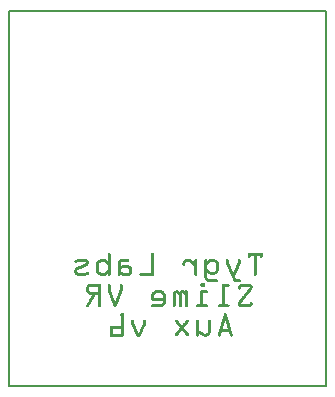
<source format=gbo>
G04 MADE WITH FRITZING*
G04 WWW.FRITZING.ORG*
G04 DOUBLE SIDED*
G04 HOLES PLATED*
G04 CONTOUR ON CENTER OF CONTOUR VECTOR*
%ASAXBY*%
%FSLAX23Y23*%
%MOIN*%
%OFA0B0*%
%SFA1.0B1.0*%
%ADD10R,1.062990X1.259840X1.046990X1.243840*%
%ADD11C,0.008000*%
%ADD12R,0.001000X0.001000*%
%LNSILK0*%
G90*
G70*
G54D11*
X4Y1256D02*
X1059Y1256D01*
X1059Y4D01*
X4Y4D01*
X4Y1256D01*
D02*
G54D12*
X336Y449D02*
X339Y449D01*
X480Y449D02*
X484Y449D01*
X799Y449D02*
X848Y449D01*
X334Y448D02*
X341Y448D01*
X479Y448D02*
X485Y448D01*
X799Y448D02*
X848Y448D01*
X334Y447D02*
X341Y447D01*
X478Y447D02*
X486Y447D01*
X799Y447D02*
X848Y447D01*
X333Y446D02*
X342Y446D01*
X478Y446D02*
X486Y446D01*
X799Y446D02*
X848Y446D01*
X333Y445D02*
X342Y445D01*
X478Y445D02*
X486Y445D01*
X799Y445D02*
X848Y445D01*
X333Y444D02*
X342Y444D01*
X477Y444D02*
X487Y444D01*
X799Y444D02*
X848Y444D01*
X333Y443D02*
X342Y443D01*
X477Y443D02*
X487Y443D01*
X799Y443D02*
X848Y443D01*
X333Y442D02*
X342Y442D01*
X477Y442D02*
X487Y442D01*
X799Y442D02*
X848Y442D01*
X333Y441D02*
X342Y441D01*
X477Y441D02*
X487Y441D01*
X799Y441D02*
X848Y441D01*
X333Y440D02*
X342Y440D01*
X477Y440D02*
X487Y440D01*
X799Y440D02*
X848Y440D01*
X333Y439D02*
X342Y439D01*
X477Y439D02*
X487Y439D01*
X799Y439D02*
X808Y439D01*
X819Y439D02*
X828Y439D01*
X839Y439D02*
X848Y439D01*
X333Y438D02*
X342Y438D01*
X477Y438D02*
X487Y438D01*
X799Y438D02*
X808Y438D01*
X819Y438D02*
X828Y438D01*
X839Y438D02*
X848Y438D01*
X333Y437D02*
X342Y437D01*
X477Y437D02*
X487Y437D01*
X799Y437D02*
X808Y437D01*
X819Y437D02*
X828Y437D01*
X839Y437D02*
X848Y437D01*
X333Y436D02*
X342Y436D01*
X477Y436D02*
X487Y436D01*
X799Y436D02*
X808Y436D01*
X819Y436D02*
X828Y436D01*
X839Y436D02*
X848Y436D01*
X333Y435D02*
X342Y435D01*
X477Y435D02*
X487Y435D01*
X799Y435D02*
X808Y435D01*
X819Y435D02*
X828Y435D01*
X839Y435D02*
X847Y435D01*
X333Y434D02*
X342Y434D01*
X477Y434D02*
X487Y434D01*
X799Y434D02*
X808Y434D01*
X819Y434D02*
X828Y434D01*
X839Y434D02*
X847Y434D01*
X333Y433D02*
X342Y433D01*
X477Y433D02*
X487Y433D01*
X800Y433D02*
X807Y433D01*
X819Y433D02*
X828Y433D01*
X840Y433D02*
X847Y433D01*
X333Y432D02*
X342Y432D01*
X477Y432D02*
X487Y432D01*
X801Y432D02*
X806Y432D01*
X819Y432D02*
X828Y432D01*
X841Y432D02*
X845Y432D01*
X333Y431D02*
X342Y431D01*
X477Y431D02*
X487Y431D01*
X819Y431D02*
X828Y431D01*
X333Y430D02*
X342Y430D01*
X477Y430D02*
X487Y430D01*
X819Y430D02*
X828Y430D01*
X333Y429D02*
X342Y429D01*
X477Y429D02*
X487Y429D01*
X819Y429D02*
X828Y429D01*
X232Y428D02*
X259Y428D01*
X309Y428D02*
X322Y428D01*
X333Y428D02*
X342Y428D01*
X378Y428D02*
X401Y428D01*
X477Y428D02*
X487Y428D01*
X594Y428D02*
X608Y428D01*
X625Y428D02*
X628Y428D01*
X658Y428D02*
X660Y428D01*
X675Y428D02*
X688Y428D01*
X730Y428D02*
X733Y428D01*
X770Y428D02*
X772Y428D01*
X819Y428D02*
X828Y428D01*
X229Y427D02*
X262Y427D01*
X306Y427D02*
X325Y427D01*
X333Y427D02*
X342Y427D01*
X375Y427D02*
X403Y427D01*
X477Y427D02*
X487Y427D01*
X591Y427D02*
X610Y427D01*
X624Y427D02*
X629Y427D01*
X656Y427D02*
X662Y427D01*
X672Y427D02*
X691Y427D01*
X728Y427D02*
X734Y427D01*
X768Y427D02*
X774Y427D01*
X819Y427D02*
X828Y427D01*
X227Y426D02*
X263Y426D01*
X304Y426D02*
X327Y426D01*
X333Y426D02*
X342Y426D01*
X374Y426D02*
X404Y426D01*
X477Y426D02*
X487Y426D01*
X589Y426D02*
X611Y426D01*
X623Y426D02*
X630Y426D01*
X655Y426D02*
X663Y426D01*
X670Y426D02*
X693Y426D01*
X728Y426D02*
X735Y426D01*
X767Y426D02*
X775Y426D01*
X819Y426D02*
X828Y426D01*
X226Y425D02*
X264Y425D01*
X303Y425D02*
X328Y425D01*
X333Y425D02*
X342Y425D01*
X372Y425D02*
X404Y425D01*
X477Y425D02*
X487Y425D01*
X588Y425D02*
X612Y425D01*
X622Y425D02*
X631Y425D01*
X655Y425D02*
X663Y425D01*
X669Y425D02*
X694Y425D01*
X727Y425D02*
X736Y425D01*
X767Y425D02*
X775Y425D01*
X819Y425D02*
X828Y425D01*
X225Y424D02*
X265Y424D01*
X301Y424D02*
X330Y424D01*
X333Y424D02*
X342Y424D01*
X371Y424D02*
X404Y424D01*
X477Y424D02*
X487Y424D01*
X587Y424D02*
X613Y424D01*
X622Y424D02*
X631Y424D01*
X655Y424D02*
X663Y424D01*
X667Y424D02*
X695Y424D01*
X727Y424D02*
X736Y424D01*
X766Y424D02*
X775Y424D01*
X819Y424D02*
X828Y424D01*
X224Y423D02*
X266Y423D01*
X300Y423D02*
X331Y423D01*
X333Y423D02*
X342Y423D01*
X370Y423D02*
X404Y423D01*
X477Y423D02*
X487Y423D01*
X586Y423D02*
X614Y423D01*
X622Y423D02*
X631Y423D01*
X654Y423D02*
X664Y423D01*
X666Y423D02*
X697Y423D01*
X727Y423D02*
X736Y423D01*
X766Y423D02*
X775Y423D01*
X819Y423D02*
X828Y423D01*
X223Y422D02*
X267Y422D01*
X299Y422D02*
X342Y422D01*
X370Y422D02*
X404Y422D01*
X477Y422D02*
X487Y422D01*
X585Y422D02*
X616Y422D01*
X622Y422D02*
X631Y422D01*
X654Y422D02*
X698Y422D01*
X727Y422D02*
X736Y422D01*
X766Y422D02*
X775Y422D01*
X819Y422D02*
X828Y422D01*
X223Y421D02*
X268Y421D01*
X298Y421D02*
X342Y421D01*
X369Y421D02*
X404Y421D01*
X477Y421D02*
X487Y421D01*
X584Y421D02*
X617Y421D01*
X622Y421D02*
X631Y421D01*
X654Y421D02*
X699Y421D01*
X727Y421D02*
X736Y421D01*
X766Y421D02*
X775Y421D01*
X819Y421D02*
X828Y421D01*
X222Y420D02*
X268Y420D01*
X297Y420D02*
X342Y420D01*
X368Y420D02*
X403Y420D01*
X477Y420D02*
X487Y420D01*
X584Y420D02*
X618Y420D01*
X622Y420D02*
X631Y420D01*
X654Y420D02*
X700Y420D01*
X727Y420D02*
X736Y420D01*
X766Y420D02*
X775Y420D01*
X819Y420D02*
X828Y420D01*
X222Y419D02*
X268Y419D01*
X296Y419D02*
X342Y419D01*
X368Y419D02*
X402Y419D01*
X477Y419D02*
X487Y419D01*
X583Y419D02*
X619Y419D01*
X622Y419D02*
X631Y419D01*
X654Y419D02*
X700Y419D01*
X727Y419D02*
X736Y419D01*
X766Y419D02*
X775Y419D01*
X819Y419D02*
X828Y419D01*
X222Y418D02*
X233Y418D01*
X258Y418D02*
X268Y418D01*
X295Y418D02*
X309Y418D01*
X321Y418D02*
X342Y418D01*
X368Y418D02*
X379Y418D01*
X477Y418D02*
X487Y418D01*
X583Y418D02*
X595Y418D01*
X606Y418D02*
X620Y418D01*
X622Y418D02*
X631Y418D01*
X654Y418D02*
X675Y418D01*
X687Y418D02*
X701Y418D01*
X727Y418D02*
X736Y418D01*
X766Y418D02*
X775Y418D01*
X819Y418D02*
X828Y418D01*
X223Y417D02*
X231Y417D01*
X259Y417D02*
X269Y417D01*
X295Y417D02*
X308Y417D01*
X323Y417D02*
X342Y417D01*
X367Y417D02*
X377Y417D01*
X477Y417D02*
X487Y417D01*
X583Y417D02*
X593Y417D01*
X607Y417D02*
X631Y417D01*
X654Y417D02*
X674Y417D01*
X689Y417D02*
X702Y417D01*
X727Y417D02*
X736Y417D01*
X766Y417D02*
X775Y417D01*
X819Y417D02*
X828Y417D01*
X223Y416D02*
X230Y416D01*
X260Y416D02*
X269Y416D01*
X294Y416D02*
X306Y416D01*
X324Y416D02*
X342Y416D01*
X367Y416D02*
X377Y416D01*
X477Y416D02*
X487Y416D01*
X582Y416D02*
X592Y416D01*
X608Y416D02*
X631Y416D01*
X654Y416D02*
X673Y416D01*
X690Y416D02*
X702Y416D01*
X727Y416D02*
X736Y416D01*
X766Y416D02*
X775Y416D01*
X819Y416D02*
X828Y416D01*
X224Y415D02*
X229Y415D01*
X260Y415D02*
X269Y415D01*
X294Y415D02*
X305Y415D01*
X325Y415D02*
X342Y415D01*
X367Y415D02*
X376Y415D01*
X477Y415D02*
X487Y415D01*
X582Y415D02*
X592Y415D01*
X609Y415D02*
X631Y415D01*
X654Y415D02*
X671Y415D01*
X691Y415D02*
X703Y415D01*
X727Y415D02*
X736Y415D01*
X766Y415D02*
X775Y415D01*
X819Y415D02*
X828Y415D01*
X259Y414D02*
X268Y414D01*
X294Y414D02*
X304Y414D01*
X326Y414D02*
X342Y414D01*
X367Y414D02*
X376Y414D01*
X477Y414D02*
X487Y414D01*
X582Y414D02*
X591Y414D01*
X610Y414D02*
X631Y414D01*
X654Y414D02*
X670Y414D01*
X692Y414D02*
X703Y414D01*
X727Y414D02*
X737Y414D01*
X765Y414D02*
X775Y414D01*
X819Y414D02*
X828Y414D01*
X258Y413D02*
X268Y413D01*
X294Y413D02*
X303Y413D01*
X328Y413D02*
X342Y413D01*
X367Y413D02*
X376Y413D01*
X477Y413D02*
X487Y413D01*
X582Y413D02*
X591Y413D01*
X612Y413D02*
X631Y413D01*
X654Y413D02*
X669Y413D01*
X693Y413D02*
X703Y413D01*
X727Y413D02*
X737Y413D01*
X765Y413D02*
X775Y413D01*
X819Y413D02*
X828Y413D01*
X256Y412D02*
X268Y412D01*
X293Y412D02*
X303Y412D01*
X329Y412D02*
X342Y412D01*
X367Y412D02*
X376Y412D01*
X477Y412D02*
X487Y412D01*
X582Y412D02*
X591Y412D01*
X613Y412D02*
X631Y412D01*
X654Y412D02*
X668Y412D01*
X694Y412D02*
X703Y412D01*
X728Y412D02*
X738Y412D01*
X765Y412D02*
X775Y412D01*
X819Y412D02*
X828Y412D01*
X253Y411D02*
X268Y411D01*
X293Y411D02*
X302Y411D01*
X330Y411D02*
X342Y411D01*
X367Y411D02*
X376Y411D01*
X477Y411D02*
X487Y411D01*
X582Y411D02*
X591Y411D01*
X614Y411D02*
X631Y411D01*
X654Y411D02*
X667Y411D01*
X694Y411D02*
X703Y411D01*
X728Y411D02*
X738Y411D01*
X764Y411D02*
X774Y411D01*
X819Y411D02*
X828Y411D01*
X251Y410D02*
X267Y410D01*
X293Y410D02*
X302Y410D01*
X331Y410D02*
X342Y410D01*
X367Y410D02*
X376Y410D01*
X477Y410D02*
X487Y410D01*
X582Y410D02*
X591Y410D01*
X615Y410D02*
X631Y410D01*
X654Y410D02*
X666Y410D01*
X694Y410D02*
X703Y410D01*
X728Y410D02*
X738Y410D01*
X764Y410D02*
X774Y410D01*
X819Y410D02*
X828Y410D01*
X249Y409D02*
X267Y409D01*
X293Y409D02*
X302Y409D01*
X332Y409D02*
X342Y409D01*
X367Y409D02*
X376Y409D01*
X477Y409D02*
X487Y409D01*
X583Y409D02*
X591Y409D01*
X616Y409D02*
X631Y409D01*
X654Y409D02*
X665Y409D01*
X694Y409D02*
X703Y409D01*
X729Y409D02*
X739Y409D01*
X763Y409D02*
X773Y409D01*
X819Y409D02*
X828Y409D01*
X246Y408D02*
X266Y408D01*
X293Y408D02*
X302Y408D01*
X333Y408D02*
X342Y408D01*
X367Y408D02*
X376Y408D01*
X477Y408D02*
X487Y408D01*
X583Y408D02*
X590Y408D01*
X617Y408D02*
X631Y408D01*
X654Y408D02*
X664Y408D01*
X694Y408D02*
X703Y408D01*
X729Y408D02*
X739Y408D01*
X763Y408D02*
X773Y408D01*
X819Y408D02*
X828Y408D01*
X244Y407D02*
X265Y407D01*
X293Y407D02*
X302Y407D01*
X333Y407D02*
X342Y407D01*
X367Y407D02*
X376Y407D01*
X379Y407D02*
X402Y407D01*
X477Y407D02*
X487Y407D01*
X584Y407D02*
X590Y407D01*
X618Y407D02*
X631Y407D01*
X654Y407D02*
X664Y407D01*
X694Y407D02*
X703Y407D01*
X730Y407D02*
X740Y407D01*
X762Y407D02*
X772Y407D01*
X819Y407D02*
X828Y407D01*
X242Y406D02*
X264Y406D01*
X293Y406D02*
X302Y406D01*
X333Y406D02*
X342Y406D01*
X367Y406D02*
X405Y406D01*
X477Y406D02*
X487Y406D01*
X586Y406D02*
X588Y406D01*
X620Y406D02*
X631Y406D01*
X654Y406D02*
X664Y406D01*
X694Y406D02*
X703Y406D01*
X730Y406D02*
X740Y406D01*
X762Y406D02*
X772Y406D01*
X819Y406D02*
X828Y406D01*
X239Y405D02*
X263Y405D01*
X293Y405D02*
X302Y405D01*
X333Y405D02*
X342Y405D01*
X367Y405D02*
X407Y405D01*
X477Y405D02*
X487Y405D01*
X621Y405D02*
X631Y405D01*
X654Y405D02*
X664Y405D01*
X694Y405D02*
X703Y405D01*
X731Y405D02*
X741Y405D01*
X762Y405D02*
X772Y405D01*
X819Y405D02*
X828Y405D01*
X237Y404D02*
X261Y404D01*
X293Y404D02*
X302Y404D01*
X333Y404D02*
X342Y404D01*
X366Y404D02*
X409Y404D01*
X477Y404D02*
X487Y404D01*
X622Y404D02*
X631Y404D01*
X654Y404D02*
X664Y404D01*
X694Y404D02*
X703Y404D01*
X731Y404D02*
X741Y404D01*
X761Y404D02*
X771Y404D01*
X819Y404D02*
X828Y404D01*
X235Y403D02*
X259Y403D01*
X293Y403D02*
X302Y403D01*
X333Y403D02*
X342Y403D01*
X366Y403D02*
X410Y403D01*
X477Y403D02*
X487Y403D01*
X622Y403D02*
X631Y403D01*
X654Y403D02*
X664Y403D01*
X694Y403D02*
X703Y403D01*
X731Y403D02*
X742Y403D01*
X761Y403D02*
X771Y403D01*
X819Y403D02*
X828Y403D01*
X233Y402D02*
X257Y402D01*
X293Y402D02*
X302Y402D01*
X333Y402D02*
X342Y402D01*
X366Y402D02*
X411Y402D01*
X477Y402D02*
X487Y402D01*
X622Y402D02*
X631Y402D01*
X654Y402D02*
X664Y402D01*
X694Y402D02*
X703Y402D01*
X732Y402D02*
X742Y402D01*
X760Y402D02*
X770Y402D01*
X819Y402D02*
X828Y402D01*
X230Y401D02*
X254Y401D01*
X293Y401D02*
X302Y401D01*
X333Y401D02*
X342Y401D01*
X366Y401D02*
X411Y401D01*
X477Y401D02*
X487Y401D01*
X622Y401D02*
X631Y401D01*
X654Y401D02*
X664Y401D01*
X694Y401D02*
X703Y401D01*
X732Y401D02*
X742Y401D01*
X760Y401D02*
X770Y401D01*
X819Y401D02*
X828Y401D01*
X228Y400D02*
X252Y400D01*
X293Y400D02*
X302Y400D01*
X333Y400D02*
X342Y400D01*
X366Y400D02*
X412Y400D01*
X477Y400D02*
X487Y400D01*
X622Y400D02*
X631Y400D01*
X654Y400D02*
X664Y400D01*
X694Y400D02*
X703Y400D01*
X733Y400D02*
X743Y400D01*
X759Y400D02*
X769Y400D01*
X819Y400D02*
X828Y400D01*
X227Y399D02*
X250Y399D01*
X293Y399D02*
X302Y399D01*
X333Y399D02*
X342Y399D01*
X366Y399D02*
X413Y399D01*
X477Y399D02*
X487Y399D01*
X622Y399D02*
X631Y399D01*
X654Y399D02*
X664Y399D01*
X694Y399D02*
X703Y399D01*
X733Y399D02*
X743Y399D01*
X759Y399D02*
X769Y399D01*
X819Y399D02*
X828Y399D01*
X226Y398D02*
X248Y398D01*
X293Y398D02*
X302Y398D01*
X333Y398D02*
X342Y398D01*
X366Y398D02*
X413Y398D01*
X477Y398D02*
X487Y398D01*
X622Y398D02*
X631Y398D01*
X654Y398D02*
X664Y398D01*
X694Y398D02*
X703Y398D01*
X734Y398D02*
X744Y398D01*
X759Y398D02*
X769Y398D01*
X819Y398D02*
X828Y398D01*
X225Y397D02*
X245Y397D01*
X293Y397D02*
X302Y397D01*
X333Y397D02*
X342Y397D01*
X366Y397D02*
X379Y397D01*
X401Y397D02*
X413Y397D01*
X477Y397D02*
X487Y397D01*
X622Y397D02*
X631Y397D01*
X654Y397D02*
X664Y397D01*
X694Y397D02*
X703Y397D01*
X734Y397D02*
X744Y397D01*
X758Y397D02*
X768Y397D01*
X819Y397D02*
X828Y397D01*
X224Y396D02*
X243Y396D01*
X293Y396D02*
X302Y396D01*
X333Y396D02*
X342Y396D01*
X366Y396D02*
X377Y396D01*
X403Y396D02*
X414Y396D01*
X477Y396D02*
X487Y396D01*
X622Y396D02*
X631Y396D01*
X654Y396D02*
X664Y396D01*
X694Y396D02*
X703Y396D01*
X735Y396D02*
X745Y396D01*
X758Y396D02*
X768Y396D01*
X819Y396D02*
X828Y396D01*
X224Y395D02*
X241Y395D01*
X293Y395D02*
X302Y395D01*
X333Y395D02*
X342Y395D01*
X366Y395D02*
X376Y395D01*
X404Y395D02*
X414Y395D01*
X477Y395D02*
X487Y395D01*
X622Y395D02*
X631Y395D01*
X654Y395D02*
X665Y395D01*
X694Y395D02*
X703Y395D01*
X735Y395D02*
X745Y395D01*
X757Y395D02*
X767Y395D01*
X819Y395D02*
X828Y395D01*
X223Y394D02*
X238Y394D01*
X293Y394D02*
X302Y394D01*
X333Y394D02*
X342Y394D01*
X366Y394D02*
X376Y394D01*
X405Y394D02*
X414Y394D01*
X477Y394D02*
X487Y394D01*
X622Y394D02*
X631Y394D01*
X654Y394D02*
X666Y394D01*
X694Y394D02*
X703Y394D01*
X735Y394D02*
X746Y394D01*
X757Y394D02*
X767Y394D01*
X819Y394D02*
X828Y394D01*
X223Y393D02*
X236Y393D01*
X293Y393D02*
X302Y393D01*
X333Y393D02*
X342Y393D01*
X366Y393D02*
X375Y393D01*
X405Y393D02*
X414Y393D01*
X477Y393D02*
X487Y393D01*
X622Y393D02*
X631Y393D01*
X654Y393D02*
X667Y393D01*
X694Y393D02*
X703Y393D01*
X736Y393D02*
X746Y393D01*
X756Y393D02*
X766Y393D01*
X819Y393D02*
X828Y393D01*
X222Y392D02*
X234Y392D01*
X293Y392D02*
X302Y392D01*
X333Y392D02*
X342Y392D01*
X366Y392D02*
X375Y392D01*
X405Y392D02*
X414Y392D01*
X477Y392D02*
X487Y392D01*
X622Y392D02*
X631Y392D01*
X654Y392D02*
X668Y392D01*
X694Y392D02*
X703Y392D01*
X736Y392D02*
X746Y392D01*
X756Y392D02*
X766Y392D01*
X819Y392D02*
X828Y392D01*
X222Y391D02*
X232Y391D01*
X293Y391D02*
X302Y391D01*
X332Y391D02*
X342Y391D01*
X366Y391D02*
X375Y391D01*
X405Y391D02*
X414Y391D01*
X477Y391D02*
X487Y391D01*
X622Y391D02*
X631Y391D01*
X654Y391D02*
X669Y391D01*
X693Y391D02*
X703Y391D01*
X737Y391D02*
X747Y391D01*
X755Y391D02*
X765Y391D01*
X819Y391D02*
X828Y391D01*
X222Y390D02*
X231Y390D01*
X293Y390D02*
X302Y390D01*
X331Y390D02*
X342Y390D01*
X366Y390D02*
X375Y390D01*
X405Y390D02*
X414Y390D01*
X477Y390D02*
X487Y390D01*
X622Y390D02*
X631Y390D01*
X654Y390D02*
X671Y390D01*
X693Y390D02*
X703Y390D01*
X737Y390D02*
X747Y390D01*
X755Y390D02*
X765Y390D01*
X819Y390D02*
X828Y390D01*
X221Y389D02*
X231Y389D01*
X293Y389D02*
X302Y389D01*
X330Y389D02*
X342Y389D01*
X366Y389D02*
X375Y389D01*
X405Y389D02*
X414Y389D01*
X477Y389D02*
X487Y389D01*
X622Y389D02*
X631Y389D01*
X654Y389D02*
X672Y389D01*
X692Y389D02*
X702Y389D01*
X738Y389D02*
X748Y389D01*
X755Y389D02*
X765Y389D01*
X819Y389D02*
X828Y389D01*
X221Y388D02*
X231Y388D01*
X293Y388D02*
X303Y388D01*
X329Y388D02*
X342Y388D01*
X366Y388D02*
X375Y388D01*
X405Y388D02*
X414Y388D01*
X477Y388D02*
X487Y388D01*
X622Y388D02*
X631Y388D01*
X654Y388D02*
X673Y388D01*
X690Y388D02*
X702Y388D01*
X738Y388D02*
X748Y388D01*
X754Y388D02*
X764Y388D01*
X819Y388D02*
X828Y388D01*
X221Y387D02*
X231Y387D01*
X293Y387D02*
X303Y387D01*
X327Y387D02*
X342Y387D01*
X366Y387D02*
X377Y387D01*
X405Y387D02*
X414Y387D01*
X477Y387D02*
X487Y387D01*
X622Y387D02*
X631Y387D01*
X654Y387D02*
X674Y387D01*
X689Y387D02*
X701Y387D01*
X738Y387D02*
X749Y387D01*
X754Y387D02*
X764Y387D01*
X819Y387D02*
X828Y387D01*
X221Y386D02*
X231Y386D01*
X294Y386D02*
X304Y386D01*
X326Y386D02*
X342Y386D01*
X366Y386D02*
X379Y386D01*
X405Y386D02*
X414Y386D01*
X477Y386D02*
X487Y386D01*
X622Y386D02*
X631Y386D01*
X654Y386D02*
X677Y386D01*
X686Y386D02*
X701Y386D01*
X739Y386D02*
X749Y386D01*
X753Y386D02*
X763Y386D01*
X819Y386D02*
X828Y386D01*
X221Y385D02*
X231Y385D01*
X263Y385D02*
X268Y385D01*
X294Y385D02*
X305Y385D01*
X325Y385D02*
X342Y385D01*
X366Y385D02*
X380Y385D01*
X405Y385D02*
X414Y385D01*
X477Y385D02*
X487Y385D01*
X622Y385D02*
X631Y385D01*
X654Y385D02*
X700Y385D01*
X739Y385D02*
X763Y385D01*
X819Y385D02*
X828Y385D01*
X222Y384D02*
X231Y384D01*
X261Y384D02*
X269Y384D01*
X294Y384D02*
X306Y384D01*
X324Y384D02*
X342Y384D01*
X366Y384D02*
X382Y384D01*
X404Y384D02*
X414Y384D01*
X477Y384D02*
X487Y384D01*
X622Y384D02*
X631Y384D01*
X654Y384D02*
X699Y384D01*
X740Y384D02*
X762Y384D01*
X819Y384D02*
X828Y384D01*
X222Y383D02*
X232Y383D01*
X260Y383D02*
X269Y383D01*
X295Y383D02*
X308Y383D01*
X323Y383D02*
X342Y383D01*
X366Y383D02*
X384Y383D01*
X403Y383D02*
X414Y383D01*
X477Y383D02*
X487Y383D01*
X622Y383D02*
X631Y383D01*
X654Y383D02*
X698Y383D01*
X740Y383D02*
X762Y383D01*
X819Y383D02*
X828Y383D01*
X222Y382D02*
X234Y382D01*
X258Y382D02*
X270Y382D01*
X296Y382D02*
X309Y382D01*
X321Y382D02*
X342Y382D01*
X366Y382D02*
X386Y382D01*
X402Y382D02*
X414Y382D01*
X477Y382D02*
X487Y382D01*
X622Y382D02*
X631Y382D01*
X654Y382D02*
X697Y382D01*
X741Y382D02*
X761Y382D01*
X819Y382D02*
X828Y382D01*
X222Y381D02*
X270Y381D01*
X296Y381D02*
X342Y381D01*
X366Y381D02*
X413Y381D01*
X440Y381D02*
X487Y381D01*
X622Y381D02*
X631Y381D01*
X654Y381D02*
X664Y381D01*
X666Y381D02*
X696Y381D01*
X741Y381D02*
X761Y381D01*
X819Y381D02*
X828Y381D01*
X223Y380D02*
X270Y380D01*
X297Y380D02*
X342Y380D01*
X366Y380D02*
X413Y380D01*
X439Y380D02*
X487Y380D01*
X622Y380D02*
X631Y380D01*
X654Y380D02*
X664Y380D01*
X668Y380D02*
X695Y380D01*
X742Y380D02*
X761Y380D01*
X819Y380D02*
X828Y380D01*
X223Y379D02*
X269Y379D01*
X298Y379D02*
X342Y379D01*
X366Y379D02*
X412Y379D01*
X438Y379D02*
X487Y379D01*
X622Y379D02*
X631Y379D01*
X654Y379D02*
X664Y379D01*
X669Y379D02*
X694Y379D01*
X742Y379D02*
X760Y379D01*
X819Y379D02*
X828Y379D01*
X224Y378D02*
X269Y378D01*
X299Y378D02*
X342Y378D01*
X366Y378D02*
X412Y378D01*
X438Y378D02*
X487Y378D01*
X622Y378D02*
X631Y378D01*
X654Y378D02*
X664Y378D01*
X671Y378D02*
X692Y378D01*
X742Y378D02*
X760Y378D01*
X819Y378D02*
X828Y378D01*
X225Y377D02*
X268Y377D01*
X300Y377D02*
X331Y377D01*
X333Y377D02*
X342Y377D01*
X366Y377D02*
X411Y377D01*
X438Y377D02*
X487Y377D01*
X622Y377D02*
X631Y377D01*
X654Y377D02*
X664Y377D01*
X673Y377D02*
X690Y377D01*
X743Y377D02*
X759Y377D01*
X819Y377D02*
X828Y377D01*
X226Y376D02*
X267Y376D01*
X301Y376D02*
X329Y376D01*
X333Y376D02*
X342Y376D01*
X366Y376D02*
X375Y376D01*
X377Y376D02*
X410Y376D01*
X438Y376D02*
X487Y376D01*
X622Y376D02*
X631Y376D01*
X654Y376D02*
X664Y376D01*
X677Y376D02*
X686Y376D01*
X743Y376D02*
X757Y376D01*
X819Y376D02*
X828Y376D01*
X227Y375D02*
X265Y375D01*
X303Y375D02*
X328Y375D01*
X333Y375D02*
X342Y375D01*
X366Y375D02*
X374Y375D01*
X378Y375D02*
X409Y375D01*
X438Y375D02*
X487Y375D01*
X622Y375D02*
X631Y375D01*
X654Y375D02*
X664Y375D01*
X744Y375D02*
X754Y375D01*
X819Y375D02*
X828Y375D01*
X228Y374D02*
X263Y374D01*
X304Y374D02*
X327Y374D01*
X334Y374D02*
X341Y374D01*
X366Y374D02*
X374Y374D01*
X380Y374D02*
X407Y374D01*
X439Y374D02*
X487Y374D01*
X623Y374D02*
X630Y374D01*
X654Y374D02*
X664Y374D01*
X744Y374D02*
X754Y374D01*
X820Y374D02*
X827Y374D01*
X230Y373D02*
X261Y373D01*
X306Y373D02*
X325Y373D01*
X335Y373D02*
X340Y373D01*
X367Y373D02*
X373Y373D01*
X382Y373D02*
X406Y373D01*
X440Y373D02*
X487Y373D01*
X624Y373D02*
X629Y373D01*
X654Y373D02*
X664Y373D01*
X745Y373D02*
X755Y373D01*
X821Y373D02*
X826Y373D01*
X233Y372D02*
X258Y372D01*
X309Y372D02*
X321Y372D01*
X336Y372D02*
X339Y372D01*
X369Y372D02*
X371Y372D01*
X384Y372D02*
X403Y372D01*
X441Y372D02*
X486Y372D01*
X625Y372D02*
X628Y372D01*
X654Y372D02*
X664Y372D01*
X745Y372D02*
X755Y372D01*
X822Y372D02*
X824Y372D01*
X654Y371D02*
X664Y371D01*
X745Y371D02*
X756Y371D01*
X654Y370D02*
X664Y370D01*
X746Y370D02*
X756Y370D01*
X654Y369D02*
X664Y369D01*
X746Y369D02*
X756Y369D01*
X654Y368D02*
X664Y368D01*
X747Y368D02*
X757Y368D01*
X655Y367D02*
X664Y367D01*
X747Y367D02*
X757Y367D01*
X655Y366D02*
X664Y366D01*
X748Y366D02*
X758Y366D01*
X655Y365D02*
X665Y365D01*
X748Y365D02*
X758Y365D01*
X655Y364D02*
X666Y364D01*
X749Y364D02*
X759Y364D01*
X656Y363D02*
X667Y363D01*
X749Y363D02*
X759Y363D01*
X656Y362D02*
X669Y362D01*
X749Y362D02*
X760Y362D01*
X657Y361D02*
X670Y361D01*
X750Y361D02*
X760Y361D01*
X657Y360D02*
X695Y360D01*
X750Y360D02*
X773Y360D01*
X658Y359D02*
X697Y359D01*
X751Y359D02*
X774Y359D01*
X659Y358D02*
X698Y358D01*
X751Y358D02*
X775Y358D01*
X660Y357D02*
X698Y357D01*
X752Y357D02*
X775Y357D01*
X661Y356D02*
X698Y356D01*
X752Y356D02*
X775Y356D01*
X662Y355D02*
X698Y355D01*
X752Y355D02*
X775Y355D01*
X664Y354D02*
X698Y354D01*
X753Y354D02*
X775Y354D01*
X665Y353D02*
X698Y353D01*
X753Y353D02*
X775Y353D01*
X667Y352D02*
X697Y352D01*
X754Y352D02*
X774Y352D01*
X669Y351D02*
X695Y351D01*
X755Y351D02*
X773Y351D01*
X645Y349D02*
X652Y349D01*
X643Y348D02*
X654Y348D01*
X643Y347D02*
X655Y347D01*
X642Y346D02*
X655Y346D01*
X275Y345D02*
X309Y345D01*
X377Y345D02*
X377Y345D01*
X642Y345D02*
X656Y345D01*
X719Y345D02*
X733Y345D01*
X779Y345D02*
X805Y345D01*
X270Y344D02*
X309Y344D01*
X335Y344D02*
X340Y344D01*
X375Y344D02*
X380Y344D01*
X642Y344D02*
X656Y344D01*
X716Y344D02*
X736Y344D01*
X775Y344D02*
X809Y344D01*
X268Y343D02*
X309Y343D01*
X334Y343D02*
X341Y343D01*
X374Y343D02*
X381Y343D01*
X642Y343D02*
X656Y343D01*
X715Y343D02*
X737Y343D01*
X773Y343D02*
X810Y343D01*
X267Y342D02*
X309Y342D01*
X333Y342D02*
X342Y342D01*
X373Y342D02*
X381Y342D01*
X642Y342D02*
X656Y342D01*
X714Y342D02*
X737Y342D01*
X771Y342D02*
X811Y342D01*
X266Y341D02*
X309Y341D01*
X333Y341D02*
X342Y341D01*
X373Y341D02*
X381Y341D01*
X642Y341D02*
X656Y341D01*
X714Y341D02*
X738Y341D01*
X770Y341D02*
X812Y341D01*
X265Y340D02*
X309Y340D01*
X333Y340D02*
X342Y340D01*
X373Y340D02*
X382Y340D01*
X642Y340D02*
X656Y340D01*
X714Y340D02*
X738Y340D01*
X769Y340D02*
X813Y340D01*
X264Y339D02*
X309Y339D01*
X333Y339D02*
X342Y339D01*
X373Y339D02*
X382Y339D01*
X642Y339D02*
X656Y339D01*
X714Y339D02*
X738Y339D01*
X769Y339D02*
X814Y339D01*
X263Y338D02*
X309Y338D01*
X333Y338D02*
X342Y338D01*
X373Y338D02*
X382Y338D01*
X642Y338D02*
X655Y338D01*
X714Y338D02*
X737Y338D01*
X768Y338D02*
X814Y338D01*
X263Y337D02*
X309Y337D01*
X333Y337D02*
X342Y337D01*
X373Y337D02*
X382Y337D01*
X643Y337D02*
X655Y337D01*
X714Y337D02*
X737Y337D01*
X767Y337D02*
X815Y337D01*
X262Y336D02*
X309Y336D01*
X333Y336D02*
X342Y336D01*
X373Y336D02*
X382Y336D01*
X644Y336D02*
X654Y336D01*
X714Y336D02*
X736Y336D01*
X767Y336D02*
X815Y336D01*
X262Y335D02*
X309Y335D01*
X333Y335D02*
X342Y335D01*
X373Y335D02*
X382Y335D01*
X647Y335D02*
X650Y335D01*
X714Y335D02*
X732Y335D01*
X767Y335D02*
X815Y335D01*
X261Y334D02*
X272Y334D01*
X300Y334D02*
X309Y334D01*
X333Y334D02*
X342Y334D01*
X373Y334D02*
X382Y334D01*
X714Y334D02*
X723Y334D01*
X767Y334D02*
X777Y334D01*
X806Y334D02*
X815Y334D01*
X261Y333D02*
X271Y333D01*
X300Y333D02*
X309Y333D01*
X333Y333D02*
X342Y333D01*
X373Y333D02*
X382Y333D01*
X714Y333D02*
X723Y333D01*
X766Y333D02*
X776Y333D01*
X806Y333D02*
X815Y333D01*
X261Y332D02*
X270Y332D01*
X300Y332D02*
X309Y332D01*
X333Y332D02*
X342Y332D01*
X373Y332D02*
X382Y332D01*
X714Y332D02*
X723Y332D01*
X766Y332D02*
X775Y332D01*
X805Y332D02*
X815Y332D01*
X261Y331D02*
X270Y331D01*
X300Y331D02*
X309Y331D01*
X333Y331D02*
X342Y331D01*
X373Y331D02*
X382Y331D01*
X714Y331D02*
X723Y331D01*
X766Y331D02*
X775Y331D01*
X804Y331D02*
X815Y331D01*
X261Y330D02*
X270Y330D01*
X300Y330D02*
X309Y330D01*
X333Y330D02*
X342Y330D01*
X373Y330D02*
X382Y330D01*
X714Y330D02*
X723Y330D01*
X767Y330D02*
X775Y330D01*
X803Y330D02*
X814Y330D01*
X261Y329D02*
X270Y329D01*
X300Y329D02*
X309Y329D01*
X333Y329D02*
X342Y329D01*
X373Y329D02*
X382Y329D01*
X714Y329D02*
X723Y329D01*
X767Y329D02*
X775Y329D01*
X803Y329D02*
X814Y329D01*
X261Y328D02*
X270Y328D01*
X300Y328D02*
X309Y328D01*
X333Y328D02*
X342Y328D01*
X373Y328D02*
X382Y328D01*
X714Y328D02*
X723Y328D01*
X768Y328D02*
X774Y328D01*
X802Y328D02*
X814Y328D01*
X261Y327D02*
X270Y327D01*
X300Y327D02*
X309Y327D01*
X333Y327D02*
X342Y327D01*
X373Y327D02*
X382Y327D01*
X714Y327D02*
X723Y327D01*
X769Y327D02*
X772Y327D01*
X801Y327D02*
X813Y327D01*
X261Y326D02*
X270Y326D01*
X300Y326D02*
X309Y326D01*
X333Y326D02*
X342Y326D01*
X373Y326D02*
X382Y326D01*
X714Y326D02*
X723Y326D01*
X800Y326D02*
X812Y326D01*
X261Y325D02*
X270Y325D01*
X300Y325D02*
X309Y325D01*
X333Y325D02*
X342Y325D01*
X373Y325D02*
X382Y325D01*
X714Y325D02*
X723Y325D01*
X800Y325D02*
X811Y325D01*
X261Y324D02*
X270Y324D01*
X300Y324D02*
X309Y324D01*
X333Y324D02*
X342Y324D01*
X373Y324D02*
X382Y324D01*
X714Y324D02*
X723Y324D01*
X799Y324D02*
X811Y324D01*
X261Y323D02*
X270Y323D01*
X300Y323D02*
X309Y323D01*
X333Y323D02*
X342Y323D01*
X372Y323D02*
X382Y323D01*
X491Y323D02*
X513Y323D01*
X559Y323D02*
X565Y323D01*
X577Y323D02*
X585Y323D01*
X592Y323D02*
X597Y323D01*
X644Y323D02*
X663Y323D01*
X714Y323D02*
X723Y323D01*
X798Y323D02*
X810Y323D01*
X261Y322D02*
X271Y322D01*
X300Y322D02*
X309Y322D01*
X333Y322D02*
X343Y322D01*
X372Y322D02*
X382Y322D01*
X489Y322D02*
X515Y322D01*
X556Y322D02*
X567Y322D01*
X575Y322D02*
X587Y322D01*
X591Y322D02*
X598Y322D01*
X643Y322D02*
X664Y322D01*
X714Y322D02*
X723Y322D01*
X797Y322D02*
X809Y322D01*
X261Y321D02*
X272Y321D01*
X300Y321D02*
X309Y321D01*
X333Y321D02*
X343Y321D01*
X371Y321D02*
X381Y321D01*
X487Y321D02*
X516Y321D01*
X555Y321D02*
X569Y321D01*
X574Y321D02*
X589Y321D01*
X591Y321D02*
X599Y321D01*
X642Y321D02*
X665Y321D01*
X714Y321D02*
X723Y321D01*
X796Y321D02*
X808Y321D01*
X261Y320D02*
X273Y320D01*
X300Y320D02*
X309Y320D01*
X334Y320D02*
X344Y320D01*
X371Y320D02*
X381Y320D01*
X486Y320D02*
X518Y320D01*
X554Y320D02*
X570Y320D01*
X573Y320D02*
X599Y320D01*
X642Y320D02*
X665Y320D01*
X714Y320D02*
X723Y320D01*
X796Y320D02*
X808Y320D01*
X262Y319D02*
X309Y319D01*
X334Y319D02*
X344Y319D01*
X371Y319D02*
X381Y319D01*
X485Y319D02*
X519Y319D01*
X553Y319D02*
X599Y319D01*
X642Y319D02*
X666Y319D01*
X714Y319D02*
X723Y319D01*
X795Y319D02*
X807Y319D01*
X262Y318D02*
X309Y318D01*
X334Y318D02*
X344Y318D01*
X370Y318D02*
X380Y318D01*
X484Y318D02*
X520Y318D01*
X552Y318D02*
X599Y318D01*
X642Y318D02*
X666Y318D01*
X714Y318D02*
X723Y318D01*
X794Y318D02*
X806Y318D01*
X263Y317D02*
X309Y317D01*
X335Y317D02*
X345Y317D01*
X370Y317D02*
X380Y317D01*
X482Y317D02*
X521Y317D01*
X552Y317D02*
X599Y317D01*
X642Y317D02*
X665Y317D01*
X714Y317D02*
X723Y317D01*
X793Y317D02*
X805Y317D01*
X264Y316D02*
X309Y316D01*
X335Y316D02*
X345Y316D01*
X369Y316D02*
X379Y316D01*
X482Y316D02*
X522Y316D01*
X551Y316D02*
X599Y316D01*
X642Y316D02*
X665Y316D01*
X714Y316D02*
X723Y316D01*
X793Y316D02*
X804Y316D01*
X264Y315D02*
X309Y315D01*
X336Y315D02*
X346Y315D01*
X369Y315D02*
X379Y315D01*
X481Y315D02*
X523Y315D01*
X551Y315D02*
X599Y315D01*
X642Y315D02*
X664Y315D01*
X714Y315D02*
X723Y315D01*
X792Y315D02*
X804Y315D01*
X265Y314D02*
X309Y314D01*
X336Y314D02*
X346Y314D01*
X369Y314D02*
X379Y314D01*
X480Y314D02*
X524Y314D01*
X551Y314D02*
X599Y314D01*
X642Y314D02*
X662Y314D01*
X714Y314D02*
X723Y314D01*
X791Y314D02*
X803Y314D01*
X266Y313D02*
X309Y313D01*
X336Y313D02*
X346Y313D01*
X368Y313D02*
X378Y313D01*
X479Y313D02*
X492Y313D01*
X511Y313D02*
X524Y313D01*
X550Y313D02*
X560Y313D01*
X564Y313D02*
X579Y313D01*
X584Y313D02*
X599Y313D01*
X642Y313D02*
X651Y313D01*
X714Y313D02*
X723Y313D01*
X790Y313D02*
X802Y313D01*
X268Y312D02*
X309Y312D01*
X337Y312D02*
X347Y312D01*
X368Y312D02*
X378Y312D01*
X479Y312D02*
X491Y312D01*
X513Y312D02*
X525Y312D01*
X550Y312D02*
X559Y312D01*
X565Y312D02*
X579Y312D01*
X585Y312D02*
X599Y312D01*
X642Y312D02*
X651Y312D01*
X714Y312D02*
X723Y312D01*
X789Y312D02*
X801Y312D01*
X270Y311D02*
X309Y311D01*
X337Y311D02*
X347Y311D01*
X367Y311D02*
X377Y311D01*
X478Y311D02*
X489Y311D01*
X514Y311D02*
X525Y311D01*
X550Y311D02*
X559Y311D01*
X566Y311D02*
X579Y311D01*
X586Y311D02*
X599Y311D01*
X642Y311D02*
X651Y311D01*
X714Y311D02*
X723Y311D01*
X789Y311D02*
X801Y311D01*
X272Y310D02*
X309Y310D01*
X338Y310D02*
X347Y310D01*
X367Y310D02*
X377Y310D01*
X478Y310D02*
X488Y310D01*
X515Y310D02*
X525Y310D01*
X550Y310D02*
X559Y310D01*
X567Y310D02*
X579Y310D01*
X587Y310D02*
X599Y310D01*
X642Y310D02*
X651Y310D01*
X714Y310D02*
X723Y310D01*
X788Y310D02*
X800Y310D01*
X281Y309D02*
X292Y309D01*
X300Y309D02*
X309Y309D01*
X338Y309D02*
X348Y309D01*
X367Y309D02*
X377Y309D01*
X478Y309D02*
X488Y309D01*
X516Y309D02*
X526Y309D01*
X550Y309D02*
X559Y309D01*
X568Y309D02*
X579Y309D01*
X588Y309D02*
X599Y309D01*
X642Y309D02*
X651Y309D01*
X714Y309D02*
X723Y309D01*
X787Y309D02*
X799Y309D01*
X281Y308D02*
X292Y308D01*
X300Y308D02*
X309Y308D01*
X338Y308D02*
X348Y308D01*
X366Y308D02*
X376Y308D01*
X478Y308D02*
X487Y308D01*
X516Y308D02*
X526Y308D01*
X550Y308D02*
X559Y308D01*
X569Y308D02*
X579Y308D01*
X589Y308D02*
X599Y308D01*
X642Y308D02*
X651Y308D01*
X714Y308D02*
X723Y308D01*
X786Y308D02*
X798Y308D01*
X280Y307D02*
X291Y307D01*
X300Y307D02*
X309Y307D01*
X339Y307D02*
X349Y307D01*
X366Y307D02*
X376Y307D01*
X477Y307D02*
X487Y307D01*
X517Y307D02*
X526Y307D01*
X550Y307D02*
X559Y307D01*
X569Y307D02*
X579Y307D01*
X590Y307D02*
X599Y307D01*
X642Y307D02*
X651Y307D01*
X714Y307D02*
X723Y307D01*
X786Y307D02*
X797Y307D01*
X280Y306D02*
X290Y306D01*
X300Y306D02*
X309Y306D01*
X339Y306D02*
X349Y306D01*
X366Y306D02*
X375Y306D01*
X477Y306D02*
X487Y306D01*
X517Y306D02*
X526Y306D01*
X550Y306D02*
X559Y306D01*
X569Y306D02*
X579Y306D01*
X590Y306D02*
X599Y306D01*
X642Y306D02*
X651Y306D01*
X714Y306D02*
X723Y306D01*
X785Y306D02*
X797Y306D01*
X279Y305D02*
X290Y305D01*
X300Y305D02*
X309Y305D01*
X340Y305D02*
X349Y305D01*
X365Y305D02*
X375Y305D01*
X477Y305D02*
X486Y305D01*
X517Y305D02*
X526Y305D01*
X550Y305D02*
X559Y305D01*
X569Y305D02*
X579Y305D01*
X590Y305D02*
X599Y305D01*
X642Y305D02*
X651Y305D01*
X714Y305D02*
X723Y305D01*
X784Y305D02*
X796Y305D01*
X278Y304D02*
X289Y304D01*
X300Y304D02*
X309Y304D01*
X340Y304D02*
X350Y304D01*
X365Y304D02*
X375Y304D01*
X477Y304D02*
X486Y304D01*
X517Y304D02*
X526Y304D01*
X550Y304D02*
X559Y304D01*
X569Y304D02*
X579Y304D01*
X590Y304D02*
X599Y304D01*
X642Y304D02*
X651Y304D01*
X714Y304D02*
X723Y304D01*
X783Y304D02*
X795Y304D01*
X278Y303D02*
X289Y303D01*
X300Y303D02*
X309Y303D01*
X340Y303D02*
X350Y303D01*
X364Y303D02*
X374Y303D01*
X477Y303D02*
X486Y303D01*
X517Y303D02*
X526Y303D01*
X550Y303D02*
X559Y303D01*
X569Y303D02*
X579Y303D01*
X590Y303D02*
X599Y303D01*
X642Y303D02*
X651Y303D01*
X714Y303D02*
X723Y303D01*
X782Y303D02*
X794Y303D01*
X277Y302D02*
X288Y302D01*
X300Y302D02*
X309Y302D01*
X341Y302D02*
X351Y302D01*
X364Y302D02*
X374Y302D01*
X477Y302D02*
X486Y302D01*
X517Y302D02*
X526Y302D01*
X550Y302D02*
X559Y302D01*
X569Y302D02*
X579Y302D01*
X590Y302D02*
X599Y302D01*
X642Y302D02*
X651Y302D01*
X714Y302D02*
X723Y302D01*
X782Y302D02*
X794Y302D01*
X277Y301D02*
X287Y301D01*
X300Y301D02*
X309Y301D01*
X341Y301D02*
X351Y301D01*
X364Y301D02*
X374Y301D01*
X477Y301D02*
X486Y301D01*
X517Y301D02*
X526Y301D01*
X550Y301D02*
X559Y301D01*
X569Y301D02*
X579Y301D01*
X590Y301D02*
X599Y301D01*
X642Y301D02*
X651Y301D01*
X714Y301D02*
X723Y301D01*
X781Y301D02*
X793Y301D01*
X276Y300D02*
X287Y300D01*
X300Y300D02*
X309Y300D01*
X342Y300D02*
X351Y300D01*
X363Y300D02*
X373Y300D01*
X477Y300D02*
X486Y300D01*
X517Y300D02*
X526Y300D01*
X550Y300D02*
X559Y300D01*
X569Y300D02*
X579Y300D01*
X590Y300D02*
X599Y300D01*
X642Y300D02*
X651Y300D01*
X714Y300D02*
X723Y300D01*
X780Y300D02*
X792Y300D01*
X276Y299D02*
X286Y299D01*
X300Y299D02*
X309Y299D01*
X342Y299D02*
X352Y299D01*
X363Y299D02*
X373Y299D01*
X477Y299D02*
X486Y299D01*
X517Y299D02*
X526Y299D01*
X550Y299D02*
X559Y299D01*
X569Y299D02*
X579Y299D01*
X590Y299D02*
X599Y299D01*
X642Y299D02*
X651Y299D01*
X714Y299D02*
X723Y299D01*
X779Y299D02*
X791Y299D01*
X275Y298D02*
X286Y298D01*
X300Y298D02*
X309Y298D01*
X342Y298D02*
X352Y298D01*
X362Y298D02*
X372Y298D01*
X477Y298D02*
X526Y298D01*
X550Y298D02*
X559Y298D01*
X569Y298D02*
X579Y298D01*
X590Y298D02*
X599Y298D01*
X642Y298D02*
X651Y298D01*
X714Y298D02*
X723Y298D01*
X779Y298D02*
X790Y298D01*
X274Y297D02*
X285Y297D01*
X300Y297D02*
X309Y297D01*
X343Y297D02*
X353Y297D01*
X362Y297D02*
X372Y297D01*
X477Y297D02*
X526Y297D01*
X550Y297D02*
X559Y297D01*
X569Y297D02*
X579Y297D01*
X590Y297D02*
X599Y297D01*
X642Y297D02*
X651Y297D01*
X714Y297D02*
X723Y297D01*
X778Y297D02*
X790Y297D01*
X274Y296D02*
X285Y296D01*
X300Y296D02*
X309Y296D01*
X343Y296D02*
X353Y296D01*
X362Y296D02*
X372Y296D01*
X477Y296D02*
X526Y296D01*
X550Y296D02*
X559Y296D01*
X569Y296D02*
X579Y296D01*
X590Y296D02*
X599Y296D01*
X642Y296D02*
X651Y296D01*
X714Y296D02*
X723Y296D01*
X777Y296D02*
X789Y296D01*
X273Y295D02*
X284Y295D01*
X300Y295D02*
X309Y295D01*
X343Y295D02*
X353Y295D01*
X361Y295D02*
X371Y295D01*
X477Y295D02*
X526Y295D01*
X550Y295D02*
X559Y295D01*
X569Y295D02*
X579Y295D01*
X590Y295D02*
X599Y295D01*
X642Y295D02*
X651Y295D01*
X714Y295D02*
X723Y295D01*
X776Y295D02*
X788Y295D01*
X273Y294D02*
X283Y294D01*
X300Y294D02*
X309Y294D01*
X344Y294D02*
X354Y294D01*
X361Y294D02*
X371Y294D01*
X477Y294D02*
X526Y294D01*
X550Y294D02*
X559Y294D01*
X569Y294D02*
X579Y294D01*
X590Y294D02*
X599Y294D01*
X642Y294D02*
X651Y294D01*
X714Y294D02*
X723Y294D01*
X775Y294D02*
X787Y294D01*
X272Y293D02*
X283Y293D01*
X300Y293D02*
X309Y293D01*
X344Y293D02*
X354Y293D01*
X360Y293D02*
X370Y293D01*
X477Y293D02*
X526Y293D01*
X550Y293D02*
X559Y293D01*
X569Y293D02*
X579Y293D01*
X590Y293D02*
X599Y293D01*
X642Y293D02*
X651Y293D01*
X714Y293D02*
X723Y293D01*
X775Y293D02*
X787Y293D01*
X271Y292D02*
X282Y292D01*
X300Y292D02*
X309Y292D01*
X345Y292D02*
X355Y292D01*
X360Y292D02*
X370Y292D01*
X478Y292D02*
X526Y292D01*
X550Y292D02*
X559Y292D01*
X569Y292D02*
X579Y292D01*
X590Y292D02*
X599Y292D01*
X642Y292D02*
X651Y292D01*
X714Y292D02*
X723Y292D01*
X774Y292D02*
X786Y292D01*
X271Y291D02*
X282Y291D01*
X300Y291D02*
X309Y291D01*
X345Y291D02*
X355Y291D01*
X360Y291D02*
X370Y291D01*
X478Y291D02*
X526Y291D01*
X550Y291D02*
X559Y291D01*
X569Y291D02*
X579Y291D01*
X590Y291D02*
X599Y291D01*
X642Y291D02*
X651Y291D01*
X714Y291D02*
X723Y291D01*
X773Y291D02*
X785Y291D01*
X270Y290D02*
X281Y290D01*
X300Y290D02*
X309Y290D01*
X345Y290D02*
X355Y290D01*
X359Y290D02*
X369Y290D01*
X479Y290D02*
X526Y290D01*
X550Y290D02*
X559Y290D01*
X569Y290D02*
X579Y290D01*
X590Y290D02*
X599Y290D01*
X642Y290D02*
X651Y290D01*
X714Y290D02*
X723Y290D01*
X772Y290D02*
X784Y290D01*
X270Y289D02*
X280Y289D01*
X300Y289D02*
X309Y289D01*
X346Y289D02*
X356Y289D01*
X359Y289D02*
X369Y289D01*
X480Y289D02*
X526Y289D01*
X550Y289D02*
X559Y289D01*
X569Y289D02*
X579Y289D01*
X590Y289D02*
X599Y289D01*
X642Y289D02*
X651Y289D01*
X714Y289D02*
X723Y289D01*
X772Y289D02*
X784Y289D01*
X269Y288D02*
X280Y288D01*
X300Y288D02*
X309Y288D01*
X346Y288D02*
X356Y288D01*
X358Y288D02*
X368Y288D01*
X517Y288D02*
X526Y288D01*
X549Y288D02*
X559Y288D01*
X569Y288D02*
X579Y288D01*
X590Y288D02*
X599Y288D01*
X642Y288D02*
X651Y288D01*
X714Y288D02*
X723Y288D01*
X771Y288D02*
X783Y288D01*
X269Y287D02*
X279Y287D01*
X300Y287D02*
X309Y287D01*
X347Y287D02*
X356Y287D01*
X358Y287D02*
X368Y287D01*
X517Y287D02*
X526Y287D01*
X549Y287D02*
X559Y287D01*
X569Y287D02*
X579Y287D01*
X590Y287D02*
X599Y287D01*
X642Y287D02*
X651Y287D01*
X714Y287D02*
X723Y287D01*
X770Y287D02*
X782Y287D01*
X268Y286D02*
X279Y286D01*
X300Y286D02*
X309Y286D01*
X347Y286D02*
X368Y286D01*
X517Y286D02*
X526Y286D01*
X549Y286D02*
X558Y286D01*
X569Y286D02*
X579Y286D01*
X590Y286D02*
X599Y286D01*
X642Y286D02*
X651Y286D01*
X714Y286D02*
X723Y286D01*
X769Y286D02*
X781Y286D01*
X267Y285D02*
X278Y285D01*
X300Y285D02*
X309Y285D01*
X347Y285D02*
X367Y285D01*
X517Y285D02*
X526Y285D01*
X549Y285D02*
X558Y285D01*
X569Y285D02*
X579Y285D01*
X590Y285D02*
X599Y285D01*
X642Y285D02*
X651Y285D01*
X714Y285D02*
X723Y285D01*
X769Y285D02*
X780Y285D01*
X809Y285D02*
X812Y285D01*
X267Y284D02*
X278Y284D01*
X300Y284D02*
X309Y284D01*
X348Y284D02*
X367Y284D01*
X517Y284D02*
X526Y284D01*
X549Y284D02*
X558Y284D01*
X569Y284D02*
X579Y284D01*
X590Y284D02*
X599Y284D01*
X642Y284D02*
X651Y284D01*
X714Y284D02*
X723Y284D01*
X768Y284D02*
X780Y284D01*
X807Y284D02*
X814Y284D01*
X266Y283D02*
X277Y283D01*
X300Y283D02*
X309Y283D01*
X348Y283D02*
X367Y283D01*
X516Y283D02*
X526Y283D01*
X549Y283D02*
X558Y283D01*
X569Y283D02*
X579Y283D01*
X590Y283D02*
X599Y283D01*
X642Y283D02*
X651Y283D01*
X714Y283D02*
X723Y283D01*
X767Y283D02*
X779Y283D01*
X807Y283D02*
X814Y283D01*
X266Y282D02*
X276Y282D01*
X300Y282D02*
X309Y282D01*
X349Y282D02*
X366Y282D01*
X516Y282D02*
X526Y282D01*
X549Y282D02*
X558Y282D01*
X569Y282D02*
X579Y282D01*
X590Y282D02*
X599Y282D01*
X642Y282D02*
X651Y282D01*
X714Y282D02*
X723Y282D01*
X767Y282D02*
X778Y282D01*
X806Y282D02*
X815Y282D01*
X265Y281D02*
X276Y281D01*
X300Y281D02*
X309Y281D01*
X349Y281D02*
X366Y281D01*
X515Y281D02*
X526Y281D01*
X549Y281D02*
X558Y281D01*
X569Y281D02*
X579Y281D01*
X590Y281D02*
X599Y281D01*
X642Y281D02*
X651Y281D01*
X714Y281D02*
X723Y281D01*
X767Y281D02*
X777Y281D01*
X806Y281D02*
X815Y281D01*
X264Y280D02*
X275Y280D01*
X300Y280D02*
X309Y280D01*
X349Y280D02*
X365Y280D01*
X514Y280D02*
X525Y280D01*
X549Y280D02*
X558Y280D01*
X569Y280D02*
X579Y280D01*
X590Y280D02*
X599Y280D01*
X642Y280D02*
X651Y280D01*
X714Y280D02*
X723Y280D01*
X767Y280D02*
X777Y280D01*
X806Y280D02*
X815Y280D01*
X264Y279D02*
X275Y279D01*
X300Y279D02*
X309Y279D01*
X350Y279D02*
X365Y279D01*
X512Y279D02*
X525Y279D01*
X549Y279D02*
X558Y279D01*
X569Y279D02*
X579Y279D01*
X590Y279D02*
X599Y279D01*
X642Y279D02*
X651Y279D01*
X714Y279D02*
X723Y279D01*
X766Y279D02*
X776Y279D01*
X805Y279D02*
X815Y279D01*
X263Y278D02*
X274Y278D01*
X300Y278D02*
X309Y278D01*
X350Y278D02*
X365Y278D01*
X511Y278D02*
X524Y278D01*
X549Y278D02*
X558Y278D01*
X569Y278D02*
X579Y278D01*
X590Y278D02*
X599Y278D01*
X642Y278D02*
X651Y278D01*
X714Y278D02*
X723Y278D01*
X766Y278D02*
X776Y278D01*
X805Y278D02*
X815Y278D01*
X263Y277D02*
X273Y277D01*
X300Y277D02*
X309Y277D01*
X350Y277D02*
X364Y277D01*
X481Y277D02*
X524Y277D01*
X549Y277D02*
X558Y277D01*
X569Y277D02*
X579Y277D01*
X590Y277D02*
X599Y277D01*
X631Y277D02*
X662Y277D01*
X703Y277D02*
X734Y277D01*
X767Y277D02*
X815Y277D01*
X262Y276D02*
X273Y276D01*
X300Y276D02*
X309Y276D01*
X351Y276D02*
X364Y276D01*
X479Y276D02*
X523Y276D01*
X549Y276D02*
X558Y276D01*
X569Y276D02*
X579Y276D01*
X590Y276D02*
X599Y276D01*
X629Y276D02*
X664Y276D01*
X701Y276D02*
X736Y276D01*
X767Y276D02*
X814Y276D01*
X262Y275D02*
X272Y275D01*
X300Y275D02*
X309Y275D01*
X351Y275D02*
X363Y275D01*
X478Y275D02*
X522Y275D01*
X549Y275D02*
X558Y275D01*
X569Y275D02*
X579Y275D01*
X590Y275D02*
X599Y275D01*
X628Y275D02*
X665Y275D01*
X700Y275D02*
X737Y275D01*
X767Y275D02*
X814Y275D01*
X261Y274D02*
X272Y274D01*
X300Y274D02*
X309Y274D01*
X352Y274D02*
X363Y274D01*
X478Y274D02*
X521Y274D01*
X549Y274D02*
X558Y274D01*
X569Y274D02*
X579Y274D01*
X590Y274D02*
X599Y274D01*
X627Y274D02*
X665Y274D01*
X699Y274D02*
X738Y274D01*
X767Y274D02*
X813Y274D01*
X261Y273D02*
X271Y273D01*
X300Y273D02*
X309Y273D01*
X352Y273D02*
X363Y273D01*
X478Y273D02*
X520Y273D01*
X549Y273D02*
X558Y273D01*
X569Y273D02*
X579Y273D01*
X590Y273D02*
X599Y273D01*
X627Y273D02*
X666Y273D01*
X699Y273D02*
X738Y273D01*
X768Y273D02*
X813Y273D01*
X261Y272D02*
X271Y272D01*
X300Y272D02*
X309Y272D01*
X352Y272D02*
X362Y272D01*
X477Y272D02*
X519Y272D01*
X549Y272D02*
X558Y272D01*
X570Y272D02*
X579Y272D01*
X590Y272D02*
X599Y272D01*
X627Y272D02*
X666Y272D01*
X699Y272D02*
X738Y272D01*
X768Y272D02*
X812Y272D01*
X261Y271D02*
X270Y271D01*
X301Y271D02*
X309Y271D01*
X353Y271D02*
X362Y271D01*
X478Y271D02*
X518Y271D01*
X549Y271D02*
X558Y271D01*
X570Y271D02*
X578Y271D01*
X590Y271D02*
X599Y271D01*
X627Y271D02*
X665Y271D01*
X699Y271D02*
X738Y271D01*
X769Y271D02*
X811Y271D01*
X261Y270D02*
X269Y270D01*
X301Y270D02*
X309Y270D01*
X353Y270D02*
X361Y270D01*
X478Y270D02*
X516Y270D01*
X549Y270D02*
X557Y270D01*
X570Y270D02*
X578Y270D01*
X591Y270D02*
X599Y270D01*
X627Y270D02*
X665Y270D01*
X700Y270D02*
X737Y270D01*
X770Y270D02*
X810Y270D01*
X262Y269D02*
X269Y269D01*
X302Y269D02*
X308Y269D01*
X354Y269D02*
X361Y269D01*
X479Y269D02*
X515Y269D01*
X550Y269D02*
X557Y269D01*
X571Y269D02*
X577Y269D01*
X591Y269D02*
X598Y269D01*
X628Y269D02*
X664Y269D01*
X700Y269D02*
X737Y269D01*
X771Y269D02*
X808Y269D01*
X263Y268D02*
X268Y268D01*
X303Y268D02*
X307Y268D01*
X355Y268D02*
X360Y268D01*
X480Y268D02*
X513Y268D01*
X551Y268D02*
X556Y268D01*
X572Y268D02*
X576Y268D01*
X593Y268D02*
X597Y268D01*
X629Y268D02*
X663Y268D01*
X701Y268D02*
X735Y268D01*
X773Y268D02*
X806Y268D01*
X376Y247D02*
X385Y247D01*
X722Y247D02*
X726Y247D01*
X375Y246D02*
X386Y246D01*
X721Y246D02*
X727Y246D01*
X374Y245D02*
X387Y245D01*
X720Y245D02*
X728Y245D01*
X374Y244D02*
X387Y244D01*
X720Y244D02*
X729Y244D01*
X374Y243D02*
X387Y243D01*
X720Y243D02*
X729Y243D01*
X374Y242D02*
X387Y242D01*
X719Y242D02*
X729Y242D01*
X374Y241D02*
X387Y241D01*
X719Y241D02*
X730Y241D01*
X374Y240D02*
X387Y240D01*
X719Y240D02*
X730Y240D01*
X375Y239D02*
X387Y239D01*
X718Y239D02*
X730Y239D01*
X377Y238D02*
X387Y238D01*
X718Y238D02*
X730Y238D01*
X378Y237D02*
X387Y237D01*
X718Y237D02*
X731Y237D01*
X378Y236D02*
X387Y236D01*
X718Y236D02*
X731Y236D01*
X378Y235D02*
X387Y235D01*
X717Y235D02*
X731Y235D01*
X378Y234D02*
X387Y234D01*
X717Y234D02*
X732Y234D01*
X378Y233D02*
X387Y233D01*
X717Y233D02*
X732Y233D01*
X378Y232D02*
X387Y232D01*
X716Y232D02*
X732Y232D01*
X378Y231D02*
X387Y231D01*
X716Y231D02*
X732Y231D01*
X378Y230D02*
X387Y230D01*
X716Y230D02*
X733Y230D01*
X378Y229D02*
X387Y229D01*
X716Y229D02*
X733Y229D01*
X378Y228D02*
X387Y228D01*
X715Y228D02*
X733Y228D01*
X378Y227D02*
X387Y227D01*
X715Y227D02*
X734Y227D01*
X378Y226D02*
X387Y226D01*
X414Y226D02*
X417Y226D01*
X454Y226D02*
X457Y226D01*
X559Y226D02*
X563Y226D01*
X597Y226D02*
X600Y226D01*
X631Y226D02*
X634Y226D01*
X670Y226D02*
X673Y226D01*
X715Y226D02*
X734Y226D01*
X378Y225D02*
X387Y225D01*
X412Y225D02*
X418Y225D01*
X452Y225D02*
X458Y225D01*
X558Y225D02*
X564Y225D01*
X596Y225D02*
X602Y225D01*
X629Y225D02*
X635Y225D01*
X669Y225D02*
X675Y225D01*
X714Y225D02*
X734Y225D01*
X378Y224D02*
X387Y224D01*
X412Y224D02*
X419Y224D01*
X451Y224D02*
X459Y224D01*
X557Y224D02*
X565Y224D01*
X595Y224D02*
X602Y224D01*
X628Y224D02*
X636Y224D01*
X668Y224D02*
X676Y224D01*
X714Y224D02*
X734Y224D01*
X378Y223D02*
X387Y223D01*
X411Y223D02*
X420Y223D01*
X451Y223D02*
X459Y223D01*
X557Y223D02*
X566Y223D01*
X594Y223D02*
X603Y223D01*
X628Y223D02*
X636Y223D01*
X668Y223D02*
X676Y223D01*
X714Y223D02*
X723Y223D01*
X725Y223D02*
X735Y223D01*
X378Y222D02*
X387Y222D01*
X411Y222D02*
X420Y222D01*
X451Y222D02*
X460Y222D01*
X557Y222D02*
X567Y222D01*
X593Y222D02*
X603Y222D01*
X628Y222D02*
X637Y222D01*
X667Y222D02*
X676Y222D01*
X713Y222D02*
X723Y222D01*
X726Y222D02*
X735Y222D01*
X378Y221D02*
X387Y221D01*
X411Y221D02*
X420Y221D01*
X451Y221D02*
X460Y221D01*
X557Y221D02*
X567Y221D01*
X592Y221D02*
X603Y221D01*
X628Y221D02*
X637Y221D01*
X667Y221D02*
X676Y221D01*
X713Y221D02*
X723Y221D01*
X726Y221D02*
X735Y221D01*
X378Y220D02*
X387Y220D01*
X411Y220D02*
X420Y220D01*
X451Y220D02*
X460Y220D01*
X557Y220D02*
X568Y220D01*
X591Y220D02*
X603Y220D01*
X628Y220D02*
X637Y220D01*
X667Y220D02*
X676Y220D01*
X713Y220D02*
X722Y220D01*
X726Y220D02*
X736Y220D01*
X378Y219D02*
X387Y219D01*
X411Y219D02*
X420Y219D01*
X451Y219D02*
X460Y219D01*
X557Y219D02*
X569Y219D01*
X590Y219D02*
X602Y219D01*
X628Y219D02*
X637Y219D01*
X667Y219D02*
X676Y219D01*
X713Y219D02*
X722Y219D01*
X726Y219D02*
X736Y219D01*
X378Y218D02*
X387Y218D01*
X411Y218D02*
X420Y218D01*
X451Y218D02*
X460Y218D01*
X558Y218D02*
X570Y218D01*
X590Y218D02*
X602Y218D01*
X628Y218D02*
X637Y218D01*
X667Y218D02*
X676Y218D01*
X712Y218D02*
X722Y218D01*
X727Y218D02*
X736Y218D01*
X378Y217D02*
X387Y217D01*
X411Y217D02*
X420Y217D01*
X451Y217D02*
X460Y217D01*
X559Y217D02*
X571Y217D01*
X589Y217D02*
X601Y217D01*
X628Y217D02*
X637Y217D01*
X667Y217D02*
X676Y217D01*
X712Y217D02*
X722Y217D01*
X727Y217D02*
X737Y217D01*
X378Y216D02*
X387Y216D01*
X411Y216D02*
X420Y216D01*
X451Y216D02*
X460Y216D01*
X560Y216D02*
X572Y216D01*
X588Y216D02*
X600Y216D01*
X628Y216D02*
X637Y216D01*
X667Y216D02*
X676Y216D01*
X712Y216D02*
X721Y216D01*
X727Y216D02*
X737Y216D01*
X378Y215D02*
X387Y215D01*
X411Y215D02*
X420Y215D01*
X451Y215D02*
X460Y215D01*
X560Y215D02*
X572Y215D01*
X587Y215D02*
X599Y215D01*
X628Y215D02*
X637Y215D01*
X667Y215D02*
X676Y215D01*
X711Y215D02*
X721Y215D01*
X728Y215D02*
X737Y215D01*
X378Y214D02*
X387Y214D01*
X411Y214D02*
X420Y214D01*
X451Y214D02*
X460Y214D01*
X561Y214D02*
X573Y214D01*
X586Y214D02*
X598Y214D01*
X628Y214D02*
X637Y214D01*
X667Y214D02*
X676Y214D01*
X711Y214D02*
X721Y214D01*
X728Y214D02*
X737Y214D01*
X378Y213D02*
X387Y213D01*
X411Y213D02*
X420Y213D01*
X450Y213D02*
X460Y213D01*
X562Y213D02*
X574Y213D01*
X585Y213D02*
X598Y213D01*
X628Y213D02*
X637Y213D01*
X667Y213D02*
X676Y213D01*
X711Y213D02*
X720Y213D01*
X728Y213D02*
X738Y213D01*
X378Y212D02*
X387Y212D01*
X411Y212D02*
X421Y212D01*
X450Y212D02*
X460Y212D01*
X563Y212D02*
X575Y212D01*
X585Y212D02*
X597Y212D01*
X628Y212D02*
X637Y212D01*
X667Y212D02*
X676Y212D01*
X711Y212D02*
X720Y212D01*
X728Y212D02*
X738Y212D01*
X378Y211D02*
X387Y211D01*
X411Y211D02*
X421Y211D01*
X449Y211D02*
X459Y211D01*
X564Y211D02*
X576Y211D01*
X584Y211D02*
X596Y211D01*
X628Y211D02*
X637Y211D01*
X667Y211D02*
X676Y211D01*
X710Y211D02*
X720Y211D01*
X729Y211D02*
X738Y211D01*
X378Y210D02*
X387Y210D01*
X412Y210D02*
X422Y210D01*
X449Y210D02*
X459Y210D01*
X565Y210D02*
X577Y210D01*
X583Y210D02*
X595Y210D01*
X628Y210D02*
X637Y210D01*
X667Y210D02*
X676Y210D01*
X710Y210D02*
X720Y210D01*
X729Y210D02*
X739Y210D01*
X378Y209D02*
X387Y209D01*
X412Y209D02*
X422Y209D01*
X448Y209D02*
X458Y209D01*
X565Y209D02*
X577Y209D01*
X582Y209D02*
X594Y209D01*
X628Y209D02*
X637Y209D01*
X667Y209D02*
X676Y209D01*
X710Y209D02*
X719Y209D01*
X729Y209D02*
X739Y209D01*
X378Y208D02*
X387Y208D01*
X413Y208D02*
X423Y208D01*
X448Y208D02*
X458Y208D01*
X566Y208D02*
X578Y208D01*
X581Y208D02*
X593Y208D01*
X628Y208D02*
X637Y208D01*
X667Y208D02*
X676Y208D01*
X709Y208D02*
X719Y208D01*
X730Y208D02*
X739Y208D01*
X378Y207D02*
X387Y207D01*
X413Y207D02*
X423Y207D01*
X448Y207D02*
X458Y207D01*
X567Y207D02*
X593Y207D01*
X628Y207D02*
X637Y207D01*
X667Y207D02*
X676Y207D01*
X709Y207D02*
X719Y207D01*
X730Y207D02*
X739Y207D01*
X378Y206D02*
X387Y206D01*
X414Y206D02*
X424Y206D01*
X447Y206D02*
X457Y206D01*
X568Y206D02*
X592Y206D01*
X628Y206D02*
X637Y206D01*
X667Y206D02*
X676Y206D01*
X709Y206D02*
X718Y206D01*
X730Y206D02*
X740Y206D01*
X342Y205D02*
X387Y205D01*
X414Y205D02*
X424Y205D01*
X447Y205D02*
X457Y205D01*
X569Y205D02*
X591Y205D01*
X628Y205D02*
X637Y205D01*
X667Y205D02*
X676Y205D01*
X709Y205D02*
X718Y205D01*
X731Y205D02*
X740Y205D01*
X340Y204D02*
X387Y204D01*
X414Y204D02*
X424Y204D01*
X446Y204D02*
X456Y204D01*
X569Y204D02*
X590Y204D01*
X628Y204D02*
X637Y204D01*
X667Y204D02*
X676Y204D01*
X708Y204D02*
X718Y204D01*
X731Y204D02*
X740Y204D01*
X340Y203D02*
X387Y203D01*
X415Y203D02*
X425Y203D01*
X446Y203D02*
X456Y203D01*
X570Y203D02*
X589Y203D01*
X628Y203D02*
X637Y203D01*
X667Y203D02*
X676Y203D01*
X708Y203D02*
X717Y203D01*
X731Y203D02*
X741Y203D01*
X339Y202D02*
X387Y202D01*
X415Y202D02*
X425Y202D01*
X445Y202D02*
X455Y202D01*
X571Y202D02*
X588Y202D01*
X628Y202D02*
X637Y202D01*
X667Y202D02*
X676Y202D01*
X708Y202D02*
X717Y202D01*
X731Y202D02*
X741Y202D01*
X339Y201D02*
X387Y201D01*
X416Y201D02*
X426Y201D01*
X445Y201D02*
X455Y201D01*
X572Y201D02*
X588Y201D01*
X628Y201D02*
X637Y201D01*
X667Y201D02*
X676Y201D01*
X707Y201D02*
X717Y201D01*
X732Y201D02*
X741Y201D01*
X339Y200D02*
X387Y200D01*
X416Y200D02*
X426Y200D01*
X444Y200D02*
X454Y200D01*
X573Y200D02*
X587Y200D01*
X628Y200D02*
X637Y200D01*
X667Y200D02*
X676Y200D01*
X707Y200D02*
X717Y200D01*
X732Y200D02*
X742Y200D01*
X339Y199D02*
X387Y199D01*
X417Y199D02*
X427Y199D01*
X444Y199D02*
X454Y199D01*
X574Y199D02*
X586Y199D01*
X628Y199D02*
X637Y199D01*
X667Y199D02*
X676Y199D01*
X707Y199D02*
X716Y199D01*
X732Y199D02*
X742Y199D01*
X339Y198D02*
X387Y198D01*
X417Y198D02*
X427Y198D01*
X444Y198D02*
X454Y198D01*
X573Y198D02*
X587Y198D01*
X628Y198D02*
X637Y198D01*
X667Y198D02*
X676Y198D01*
X706Y198D02*
X716Y198D01*
X733Y198D02*
X742Y198D01*
X339Y197D02*
X387Y197D01*
X417Y197D02*
X427Y197D01*
X443Y197D02*
X453Y197D01*
X572Y197D02*
X587Y197D01*
X628Y197D02*
X637Y197D01*
X667Y197D02*
X676Y197D01*
X706Y197D02*
X716Y197D01*
X733Y197D02*
X742Y197D01*
X339Y196D02*
X387Y196D01*
X418Y196D02*
X428Y196D01*
X443Y196D02*
X453Y196D01*
X571Y196D02*
X588Y196D01*
X628Y196D02*
X637Y196D01*
X666Y196D02*
X676Y196D01*
X706Y196D02*
X743Y196D01*
X339Y195D02*
X348Y195D01*
X378Y195D02*
X387Y195D01*
X418Y195D02*
X428Y195D01*
X442Y195D02*
X452Y195D01*
X571Y195D02*
X589Y195D01*
X628Y195D02*
X637Y195D01*
X666Y195D02*
X676Y195D01*
X706Y195D02*
X743Y195D01*
X339Y194D02*
X348Y194D01*
X378Y194D02*
X387Y194D01*
X419Y194D02*
X429Y194D01*
X442Y194D02*
X452Y194D01*
X570Y194D02*
X590Y194D01*
X628Y194D02*
X637Y194D01*
X666Y194D02*
X675Y194D01*
X705Y194D02*
X743Y194D01*
X339Y193D02*
X348Y193D01*
X378Y193D02*
X387Y193D01*
X419Y193D02*
X429Y193D01*
X441Y193D02*
X451Y193D01*
X569Y193D02*
X591Y193D01*
X628Y193D02*
X637Y193D01*
X666Y193D02*
X675Y193D01*
X705Y193D02*
X744Y193D01*
X339Y192D02*
X348Y192D01*
X378Y192D02*
X387Y192D01*
X420Y192D02*
X430Y192D01*
X441Y192D02*
X451Y192D01*
X568Y192D02*
X592Y192D01*
X628Y192D02*
X637Y192D01*
X666Y192D02*
X675Y192D01*
X705Y192D02*
X744Y192D01*
X339Y191D02*
X348Y191D01*
X378Y191D02*
X387Y191D01*
X420Y191D02*
X430Y191D01*
X441Y191D02*
X451Y191D01*
X567Y191D02*
X592Y191D01*
X628Y191D02*
X637Y191D01*
X666Y191D02*
X675Y191D01*
X704Y191D02*
X744Y191D01*
X339Y190D02*
X348Y190D01*
X378Y190D02*
X387Y190D01*
X421Y190D02*
X431Y190D01*
X440Y190D02*
X450Y190D01*
X566Y190D02*
X579Y190D01*
X581Y190D02*
X593Y190D01*
X628Y190D02*
X637Y190D01*
X666Y190D02*
X675Y190D01*
X704Y190D02*
X744Y190D01*
X339Y189D02*
X348Y189D01*
X378Y189D02*
X387Y189D01*
X421Y189D02*
X431Y189D01*
X440Y189D02*
X450Y189D01*
X566Y189D02*
X578Y189D01*
X582Y189D02*
X594Y189D01*
X628Y189D02*
X639Y189D01*
X666Y189D02*
X675Y189D01*
X704Y189D02*
X745Y189D01*
X339Y188D02*
X348Y188D01*
X378Y188D02*
X387Y188D01*
X421Y188D02*
X431Y188D01*
X439Y188D02*
X449Y188D01*
X565Y188D02*
X577Y188D01*
X583Y188D02*
X595Y188D01*
X628Y188D02*
X640Y188D01*
X666Y188D02*
X675Y188D01*
X704Y188D02*
X745Y188D01*
X339Y187D02*
X348Y187D01*
X378Y187D02*
X387Y187D01*
X422Y187D02*
X432Y187D01*
X439Y187D02*
X449Y187D01*
X564Y187D02*
X576Y187D01*
X583Y187D02*
X596Y187D01*
X628Y187D02*
X642Y187D01*
X666Y187D02*
X675Y187D01*
X703Y187D02*
X745Y187D01*
X339Y186D02*
X348Y186D01*
X378Y186D02*
X387Y186D01*
X422Y186D02*
X432Y186D01*
X438Y186D02*
X448Y186D01*
X563Y186D02*
X575Y186D01*
X584Y186D02*
X597Y186D01*
X628Y186D02*
X643Y186D01*
X666Y186D02*
X675Y186D01*
X703Y186D02*
X712Y186D01*
X736Y186D02*
X746Y186D01*
X339Y185D02*
X348Y185D01*
X378Y185D02*
X387Y185D01*
X423Y185D02*
X433Y185D01*
X438Y185D02*
X448Y185D01*
X562Y185D02*
X574Y185D01*
X585Y185D02*
X597Y185D01*
X628Y185D02*
X645Y185D01*
X666Y185D02*
X675Y185D01*
X703Y185D02*
X712Y185D01*
X736Y185D02*
X746Y185D01*
X339Y184D02*
X348Y184D01*
X378Y184D02*
X387Y184D01*
X423Y184D02*
X433Y184D01*
X438Y184D02*
X447Y184D01*
X561Y184D02*
X574Y184D01*
X586Y184D02*
X598Y184D01*
X628Y184D02*
X647Y184D01*
X666Y184D02*
X675Y184D01*
X702Y184D02*
X712Y184D01*
X737Y184D02*
X746Y184D01*
X339Y183D02*
X348Y183D01*
X378Y183D02*
X387Y183D01*
X424Y183D02*
X434Y183D01*
X437Y183D02*
X447Y183D01*
X561Y183D02*
X573Y183D01*
X587Y183D02*
X599Y183D01*
X628Y183D02*
X648Y183D01*
X666Y183D02*
X675Y183D01*
X702Y183D02*
X712Y183D01*
X737Y183D02*
X747Y183D01*
X339Y182D02*
X348Y182D01*
X378Y182D02*
X387Y182D01*
X424Y182D02*
X434Y182D01*
X437Y182D02*
X447Y182D01*
X560Y182D02*
X572Y182D01*
X588Y182D02*
X600Y182D01*
X628Y182D02*
X650Y182D01*
X665Y182D02*
X675Y182D01*
X702Y182D02*
X711Y182D01*
X737Y182D02*
X747Y182D01*
X339Y181D02*
X348Y181D01*
X378Y181D02*
X387Y181D01*
X424Y181D02*
X446Y181D01*
X559Y181D02*
X571Y181D01*
X588Y181D02*
X601Y181D01*
X628Y181D02*
X651Y181D01*
X664Y181D02*
X675Y181D01*
X702Y181D02*
X711Y181D01*
X738Y181D02*
X747Y181D01*
X339Y180D02*
X348Y180D01*
X378Y180D02*
X387Y180D01*
X425Y180D02*
X446Y180D01*
X558Y180D02*
X570Y180D01*
X589Y180D02*
X602Y180D01*
X628Y180D02*
X653Y180D01*
X662Y180D02*
X674Y180D01*
X701Y180D02*
X711Y180D01*
X738Y180D02*
X747Y180D01*
X339Y179D02*
X387Y179D01*
X425Y179D02*
X445Y179D01*
X557Y179D02*
X569Y179D01*
X590Y179D02*
X602Y179D01*
X628Y179D02*
X674Y179D01*
X701Y179D02*
X710Y179D01*
X738Y179D02*
X748Y179D01*
X339Y178D02*
X387Y178D01*
X426Y178D02*
X445Y178D01*
X556Y178D02*
X569Y178D01*
X591Y178D02*
X603Y178D01*
X628Y178D02*
X674Y178D01*
X701Y178D02*
X710Y178D01*
X738Y178D02*
X748Y178D01*
X339Y177D02*
X387Y177D01*
X426Y177D02*
X444Y177D01*
X556Y177D02*
X568Y177D01*
X592Y177D02*
X604Y177D01*
X628Y177D02*
X637Y177D01*
X640Y177D02*
X673Y177D01*
X700Y177D02*
X710Y177D01*
X739Y177D02*
X748Y177D01*
X339Y176D02*
X387Y176D01*
X427Y176D02*
X444Y176D01*
X556Y176D02*
X567Y176D01*
X593Y176D02*
X604Y176D01*
X628Y176D02*
X637Y176D01*
X641Y176D02*
X672Y176D01*
X700Y176D02*
X710Y176D01*
X739Y176D02*
X749Y176D01*
X339Y175D02*
X387Y175D01*
X427Y175D02*
X444Y175D01*
X555Y175D02*
X566Y175D01*
X593Y175D02*
X604Y175D01*
X628Y175D02*
X637Y175D01*
X643Y175D02*
X671Y175D01*
X700Y175D02*
X709Y175D01*
X739Y175D02*
X749Y175D01*
X339Y174D02*
X387Y174D01*
X428Y174D02*
X443Y174D01*
X556Y174D02*
X565Y174D01*
X594Y174D02*
X604Y174D01*
X628Y174D02*
X637Y174D01*
X644Y174D02*
X671Y174D01*
X700Y174D02*
X709Y174D01*
X740Y174D02*
X749Y174D01*
X339Y173D02*
X387Y173D01*
X428Y173D02*
X443Y173D01*
X556Y173D02*
X565Y173D01*
X595Y173D02*
X604Y173D01*
X628Y173D02*
X636Y173D01*
X646Y173D02*
X669Y173D01*
X700Y173D02*
X709Y173D01*
X740Y173D02*
X748Y173D01*
X340Y172D02*
X386Y172D01*
X429Y172D02*
X442Y172D01*
X556Y172D02*
X564Y172D01*
X596Y172D02*
X603Y172D01*
X629Y172D02*
X636Y172D01*
X648Y172D02*
X668Y172D01*
X701Y172D02*
X708Y172D01*
X741Y172D02*
X748Y172D01*
X341Y171D02*
X386Y171D01*
X429Y171D02*
X441Y171D01*
X557Y171D02*
X563Y171D01*
X597Y171D02*
X602Y171D01*
X629Y171D02*
X635Y171D01*
X650Y171D02*
X666Y171D01*
X702Y171D02*
X707Y171D01*
X741Y171D02*
X747Y171D01*
X342Y170D02*
X384Y170D01*
X431Y170D02*
X440Y170D01*
X559Y170D02*
X561Y170D01*
X599Y170D02*
X600Y170D01*
X631Y170D02*
X633Y170D01*
X653Y170D02*
X663Y170D01*
X704Y170D02*
X705Y170D01*
X743Y170D02*
X745Y170D01*
D02*
G04 End of Silk0*
M02*
</source>
